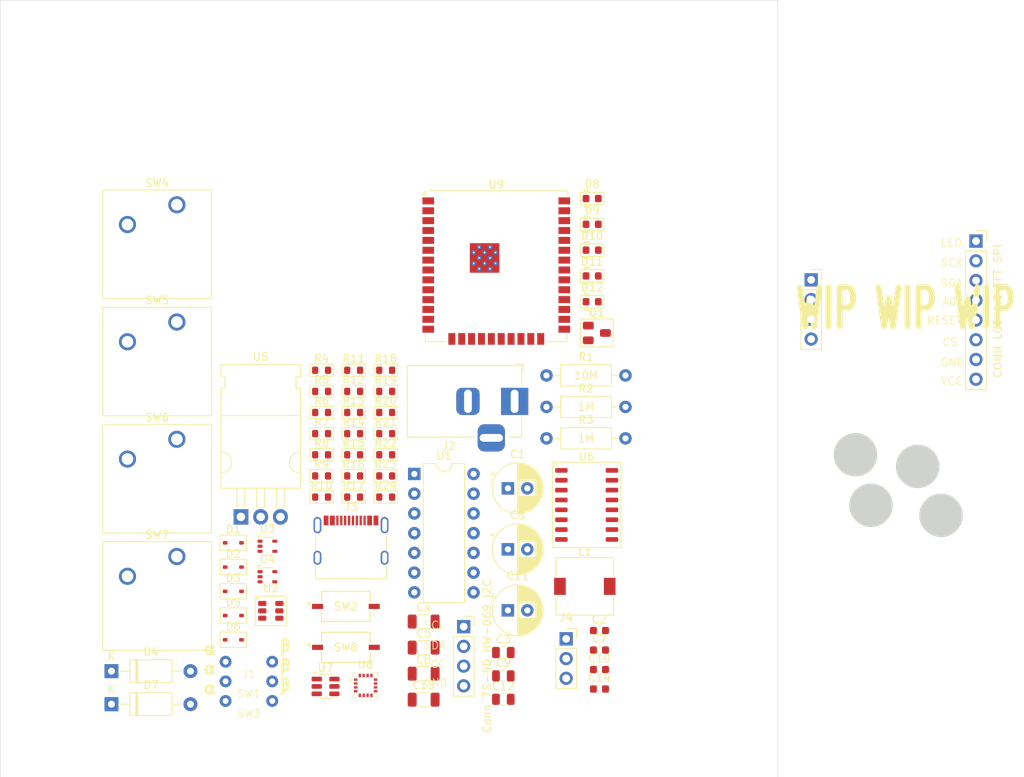
<source format=kicad_pcb>
(kicad_pcb (version 20240108) (generator "pcbnew") (generator_version "8.0")
  (title_block (title "Intelliwatch Mk II") (date "2025") (rev "1.?") (company "Zachary Hobbs"))
  (layers (0 "F.Cu" signal) (1 "In1.Cu" power) (2 "In2.Cu" power) (31 "B.Cu" signal) (34 "B.Paste" user) (35 "F.Paste" user) (36 "B.SilkS" user "B.Silkscreen") (37 "F.SilkS" user "F.Silkscreen") (38 "B.Mask" user) (39 "F.Mask" user) (44 "Edge.Cuts" user))
  (net 0 "")
  (net 1 "+BATT")
  (net 2 "GND")
  (net 3 "+5V")
  (net 4 "Net-(U6-V3)")
  (net 5 "Net-(U7-LX)")
  (net 6 "Net-(U7-BS)")
  (net 7 "Net-(U8-C1)")
  (net 8 "+3V3")
  (net 9 "Net-(U7-FB)")
  (net 10 "Net-(U8-SETP)")
  (net 11 "Net-(U8-SETC)")
  (net 12 "EN")
  (net 13 "Net-(D1-K)")
  (net 14 "Net-(D2-K)")
  (net 15 "Net-(D3-K)")
  (net 16 "Net-(D4-A)")
  (net 17 "Net-(D5-K)")
  (net 18 "Net-(D6-K)")
  (net 19 "Net-(D8-A)")
  (net 20 "KEYSW_1")
  (net 21 "Net-(D9-A)")
  (net 22 "KEYSW_2")
  (net 23 "Net-(D10-A)")
  (net 24 "KEYSW_3")
  (net 25 "Net-(D11-A)")
  (net 26 "KEYSW_4")
  (net 27 "Net-(D12-A)")
  (net 28 "Net-(J1-Pin_1)")
  (net 29 "Net-(J3-CC2)")
  (net 31 "Net-(J3-CC1)")
  (net 33 "Net-(J4-MODE)")
  (net 34 "CS_SD")
  (net 35 "VSPI_MOSI")
  (net 36 "Net-(J5-LED)")
  (net 37 "VSPI_SCL")
  (net 38 "TFT_A0_DC")
  (net 39 "VSPI_MISO")
  (net 40 "CS_LCD")
  (net 41 "I2C_SDA")
  (net 42 "I2C_SCL")
  (net 43 "FL_MODE")
  (net 44 "Net-(U3-Y)")
  (net 45 "Net-(U4-Y)")
  (net 46 "IO0")
  (net 47 "2{slash}3 BATT_VREF")
  (net 48 "1{slash}3 BATT_VREF")
  (net 49 "Net-(U1-Pad12)")
  (net 50 "Net-(U3-A)")
  (net 51 "RTS")
  (net 52 "Net-(U1-Pad1)")
  (net 53 "DTR")
  (net 54 "Net-(U4-A)")
  (net 57 "RX_USB")
  (net 59 "TX_USB")
  (net 69 "Net-(U8-S1)")
  (footprint "ZCustomFootprints:Conn 7S-4D HW-069 I2C" (layer "F.Cu") (at 104.11 102.12)
    (property "Reference" "J6")
    (property "Value" "Conn 7S-4D HW-069 I2C" (at 3 3.8 90) (layer "F.SilkS"))
    (fp_text user "VCC" (at -5.2 5.4 0) (layer "F.SilkS") (effects (font (thickness 0.1)) (justify left bottom)))
    (fp_text user "GND" (at -5.2 7.8 0) (layer "F.SilkS") (effects (font (thickness 0.1)) (justify left bottom)))
    (fp_text user "SDA" (at -5.2 3 0) (layer "F.SilkS") (effects (font (thickness 0.1)) (justify left bottom)))
    (fp_text user "SCL" (at -5.2 0.4 0) (layer "F.SilkS") (effects (font (thickness 0.1)) (justify left bottom)))
    (pad "1" thru_hole rect (at 0 0) (size 1.7 1.7) (drill 1) (layers "*.Cu" "*.Mask") (net 42 "I2C_SCL"))
    (pad "2" thru_hole oval (at 0 2.54) (size 1.7 1.7) (drill 1) (layers "*.Cu" "*.Mask") (net 41 "I2C_SDA"))
    (pad "3" thru_hole oval (at 0 5.08) (size 1.7 1.7) (drill 1) (layers "*.Cu" "*.Mask") (net 3 "+5V"))
    (pad "4" thru_hole oval (at 0 7.62) (size 1.7 1.7) (drill 1) (layers "*.Cu" "*.Mask") (net 2 "GND"))
  )
  (footprint "PCM_Resistor_SMD_AKL:R_0603_1608Metric" (layer "F.Cu") (at 85.835 69.125)
    (property "Reference" "R4" (at 0 -1.5 0) (layer "F.SilkS"))
    (property "Value" "5.1k" (hide yes))
    (pad "1" smd roundrect (at -0.825 0) (size 0.8 0.95) (layers "F.Cu" "F.Paste" "F.Mask") (net 31 "Net-(J3-CC1)"))
    (pad "2" smd roundrect (at 0.825 0) (size 0.8 0.95) (layers "F.Cu" "F.Paste" "F.Mask") (net 2 "GND"))
  )
  (footprint "Button_Switch_Keyboard:SW_Cherry_MX_1.00u_Plate" (layer "F.Cu") (at 67.22 78.01)
    (property "Reference" "SW6" (at -2.54 -2.794 0) (layer "F.SilkS"))
    (property "Value" "Cherry MX Keyswitch")
    (pad "" np_thru_hole circle (at -2.54 5.08) (size 4 4) (drill 4) (layers "*.Cu" "*.Mask"))
    (pad "1" thru_hole circle (at 0 0) (size 2.2 2.2) (drill 1.5) (layers "*.Cu" "*.Mask") (net 24 "KEYSW_3"))
    (pad "2" thru_hole circle (at -6.35 2.54) (size 2.2 2.2) (drill 1.5) (layers "*.Cu" "*.Mask") (net 2 "GND"))
  )
  (footprint "TS-1101-C-W Switch:SW_101-C-W_XKB" (layer "F.Cu") (at 88.9613 104.7858)
    (property "Reference" "SW8" (at 0 0 0) (layer "F.SilkS"))
    (property "Value" "PROG Button")
    (fp_text user "*" (at -4.7371 0 0) (layer "F.SilkS"))
    (fp_text user "*" (at -4.7371 0 0) (layer "F.SilkS"))
    (pad "1" smd rect (at -3.6449 0) (size 1.4224 0.6604) (layers "F.Cu" "F.Paste" "F.Mask") (net 46 "IO0"))
    (pad "2" smd rect (at 3.6449 0) (size 1.4224 0.6604) (layers "F.Cu" "F.Paste" "F.Mask") (net 2 "GND"))
  )
  (footprint "Capacitor_SMD:C_0805_2012Metric" (layer "F.Cu") (at 109.21 105.45)
    (property "Reference" "C3" (at 0 -1.68 0) (layer "F.SilkS"))
    (property "Value" "10u")
    (pad "1" smd roundrect (at -0.95 0) (size 1 1.45) (layers "F.Cu" "F.Paste" "F.Mask") (net 1 "+BATT"))
    (pad "2" smd roundrect (at 0.95 0) (size 1 1.45) (layers "F.Cu" "F.Paste" "F.Mask") (net 2 "GND"))
  )
  (footprint "Capacitor_SMD:C_0805_2012Metric" (layer "F.Cu") (at 109.21 108.46)
    (property "Reference" "C9" (at 0 -1.68 0) (layer "F.SilkS"))
    (property "Value" "4.7u")
    (pad "1" smd roundrect (at -0.95 0) (size 1 1.45) (layers "F.Cu" "F.Paste" "F.Mask") (net 7 "Net-(U8-C1)"))
    (pad "2" smd roundrect (at 0.95 0) (size 1 1.45) (layers "F.Cu" "F.Paste" "F.Mask") (net 2 "GND"))
  )
  (footprint "PCM_Capacitor_THT_US_AKL:CP_Radial_D6.3mm_P2.50mm" (layer "F.Cu") (at 109.795241 100.02)
    (property "Reference" "C11" (at 1.25 -4.4 0) (layer "F.SilkS"))
    (property "Value" "220u" (hide yes))
    (pad "1" thru_hole rect (at 0 0) (size 1.6 1.6) (drill 0.8) (layers "*.Cu" "*.Mask") (net 8 "+3V3"))
    (pad "2" thru_hole circle (at 2.5 0) (size 1.6 1.6) (drill 0.8) (layers "*.Cu" "*.Mask") (net 2 "GND"))
  )
  (footprint "PCM_Resistor_SMD_AKL:R_0603_1608Metric" (layer "F.Cu") (at 85.835 71.845)
    (property "Reference" "R5" (at 0 -1.5 0) (layer "F.SilkS"))
    (property "Value" "5.1k" (hide yes))
    (pad "1" smd roundrect (at -0.825 0) (size 0.8 0.95) (layers "F.Cu" "F.Paste" "F.Mask") (net 29 "Net-(J3-CC2)"))
    (pad "2" smd roundrect (at 0.825 0) (size 0.8 0.95) (layers "F.Cu" "F.Paste" "F.Mask") (net 2 "GND"))
  )
  (footprint "PCM_Resistor_SMD_AKL:R_0603_1608Metric" (layer "F.Cu") (at 85.835 82.725)
    (property "Reference" "R9" (at 0 -1.5 0) (layer "F.SilkS"))
    (property "Value" "22.1k" (hide yes))
    (pad "1" smd roundrect (at -0.825 0) (size 0.8 0.95) (layers "F.Cu" "F.Paste" "F.Mask") (net 9 "Net-(U7-FB)"))
    (pad "2" smd roundrect (at 0.825 0) (size 0.8 0.95) (layers "F.Cu" "F.Paste" "F.Mask") (net 2 "GND"))
  )
  (footprint "PCM_LED_SMD_AKL:LED_0603_1608Metric" (layer "F.Cu") (at 120.635 56.985)
    (property "Reference" "D11" (at 0 -1.83 0) (layer "F.SilkS"))
    (property "Value" "LED" (hide yes))
    (pad "1" smd roundrect (at -0.7875 0) (size 0.875 0.95) (layers "F.Cu" "F.Paste" "F.Mask") (net 26 "KEYSW_4"))
    (pad "2" smd roundrect (at 0.7875 0) (size 0.875 0.95) (layers "F.Cu" "F.Paste" "F.Mask") (net 25 "Net-(D11-A)"))
  )
  (footprint "Capacitor_SMD:C_0603_1608Metric" (layer "F.Cu") (at 121.57 105.13)
    (property "Reference" "C7" (at 0 -1.43 0) (layer "F.SilkS"))
    (property "Value" "2.2u")
    (pad "1" smd roundrect (at -0.775 0) (size 0.9 0.95) (layers "F.Cu" "F.Paste" "F.Mask") (net 3 "+5V"))
    (pad "2" smd roundrect (at 0.775 0) (size 0.9 0.95) (layers "F.Cu" "F.Paste" "F.Mask") (net 2 "GND"))
  )
  (footprint "PCM_Diode_SMD_AKL:D_SOD-323_TVS" (layer "F.Cu") (at 74.485 91.335)
    (property "Reference" "D1" (at 0 -1.7145 0) (layer "F.SilkS"))
    (property "Value" "BV05C" (hide yes))
    (pad "1" smd roundrect (at -1.05 0) (size 0.6 0.45) (layers "F.Cu" "F.Paste" "F.Mask") (net 13 "Net-(D1-K)"))
    (pad "2" smd roundrect (at 1.05 0) (size 0.6 0.45) (layers "F.Cu" "F.Paste" "F.Mask") (net 2 "GND"))
  )
  (footprint "PCM_Resistor_SMD_AKL:R_0603_1608Metric" (layer "F.Cu") (at 89.955 74.565)
    (property "Reference" "R13" (at 0 -1.5 0) (layer "F.SilkS"))
    (property "Value" "82" (hide yes))
    (pad "1" smd roundrect (at -0.825 0) (size 0.8 0.95) (layers "F.Cu" "F.Paste" "F.Mask") (net 19 "Net-(D8-A)"))
    (pad "2" smd roundrect (at 0.825 0) (size 0.8 0.95) (layers "F.Cu" "F.Paste" "F.Mask") (net 8 "+3V3"))
  )
  (footprint "PCM_Resistor_SMD_AKL:R_0603_1608Metric" (layer "F.Cu") (at 89.955 71.845)
    (property "Reference" "R12" (at 0 -1.5 0) (layer "F.SilkS"))
    (property "Value" "22.1k" (hide yes))
    (pad "1" smd roundrect (at -0.825 0) (size 0.8 0.95) (layers "F.Cu" "F.Paste" "F.Mask") (net 48 "1{slash}3 BATT_VREF"))
    (pad "2" smd roundrect (at 0.825 0) (size 0.8 0.95) (layers "F.Cu" "F.Paste" "F.Mask") (net 2 "GND"))
  )
  (footprint "Capacitor_SMD:C_1206_3216Metric" (layer "F.Cu") (at 98.96 108.17)
    (property "Reference" "C8" (at 0 -1.85 0) (layer "F.SilkS"))
    (property "Value" "100n")
    (pad "1" smd roundrect (at -1.475 0) (size 1.15 1.8) (layers "F.Cu" "F.Paste" "F.Mask") (roundrect_rratio 0.217391) (net 6 "Net-(U7-BS)"))
    (pad "2" smd roundrect (at 1.475 0) (size 1.15 1.8) (layers "F.Cu" "F.Paste" "F.Mask") (roundrect_rratio 0.217391) (net 5 "Net-(U7-LX)"))
  )
  (footprint "PCM_Resistor_SMD_AKL:R_0603_1608Metric" (layer "F.Cu") (at 94.075 82.725)
    (property "Reference" "R23" (at 0 -1.5 0) (layer "F.SilkS"))
    (property "Value" "5.1k" (hide yes))
    (pad "1" smd roundrect (at -0.825 0) (size 0.8 0.95) (layers "F.Cu" "F.Paste" "F.Mask") (net 8 "+3V3"))
    (pad "2" smd roundrect (at 0.825 0) (size 0.8 0.95) (layers "F.Cu" "F.Paste" "F.Mask") (net 42 "I2C_SCL"))
  )
  (footprint "PCM_Package_TO_SOT_THT_AKL:TO-220-3_Horizontal_TabDown" (layer "F.Cu") (at 75.46 88)
    (property "Reference" "U5" (at 2.54 -20.58 0) (layer "F.SilkS"))
    (property "Value" "LM7805" (hide yes))
    (pad "" np_thru_hole oval (at 2.54 -16.66) (size 3.5 3.5) (drill 3.5) (layers "*.Cu" "*.Mask"))
    (pad "1" thru_hole rect (at 0 0) (size 1.905 2) (drill 1.1) (layers "*.Cu" "*.Mask") (net 1 "+BATT"))
    (pad "2" thru_hole oval (at 2.54 0) (size 1.905 2) (drill 1.1) (layers "*.Cu" "*.Mask") (net 2 "GND"))
    (pad "3" thru_hole oval (at 5.08 0) (size 1.905 2) (drill 1.1) (layers "*.Cu" "*.Mask") (net 3 "+5V"))
  )
  (footprint "Package_TO_SOT_SMD:SOT-23-6" (layer "F.Cu") (at 86.35 109.815)
    (property "Reference" "U7" (at 0 -2.4 0) (layer "F.SilkS"))
    (property "Value" "SY8120IABC")
    (pad "1" smd roundrect (at -1.1375 -0.95) (size 1.325 0.6) (layers "F.Cu" "F.Paste" "F.Mask") (net 6 "Net-(U7-BS)"))
    (pad "2" smd roundrect (at -1.1375 0) (size 1.325 0.6) (layers "F.Cu" "F.Paste" "F.Mask") (net 2 "GND"))
    (pad "3" smd roundrect (at -1.1375 0.95) (size 1.325 0.6) (layers "F.Cu" "F.Paste" "F.Mask") (net 9 "Net-(U7-FB)"))
    (pad "4" smd roundrect (at 1.1375 0.95) (size 1.325 0.6) (layers "F.Cu" "F.Paste" "F.Mask") (net 47 "2{slash}3 BATT_VREF"))
    (pad "5" smd roundrect (at 1.1375 0) (size 1.325 0.6) (layers "F.Cu" "F.Paste" "F.Mask") (net 1 "+BATT"))
    (pad "6" smd roundrect (at 1.1375 -0.95) (size 1.325 0.6) (layers "F.Cu" "F.Paste" "F.Mask") (net 5 "Net-(U7-LX)"))
  )
  (footprint "Button_Switch_Keyboard:SW_Cherry_MX_1.00u_Plate" (layer "F.Cu") (at 67.22 62.92)
    (property "Reference" "SW5" (at -2.54 -2.794 0) (layer "F.SilkS"))
    (property "Value" "Cherry MX Keyswitch")
    (pad "" np_thru_hole circle (at -2.54 5.08) (size 4 4) (drill 4) (layers "*.Cu" "*.Mask"))
    (pad "1" thru_hole circle (at 0 0) (size 2.2 2.2) (drill 1.5) (layers "*.Cu" "*.Mask") (net 22 "KEYSW_2"))
    (pad "2" thru_hole circle (at -6.35 2.54) (size 2.2 2.2) (drill 1.5) (layers "*.Cu" "*.Mask") (net 2 "GND"))
  )
  (footprint "Diode_THT:D_A-405_P10.16mm_Horizontal" (layer "F.Cu") (at 58.81 107.85)
    (property "Reference" "D4" (at 5.08 -2.47 0) (layer "F.SilkS"))
    (property "Value" "1N5817")
    (fp_text user "K" (at 0 -1.9 0) (layer "F.SilkS"))
    (pad "1" thru_hole rect (at 0 0) (size 1.8 1.8) (drill 0.9) (layers "*.Cu" "*.Mask") (net 1 "+BATT"))
    (pad "2" thru_hole oval (at 10.16 0) (size 1.8 1.8) (drill 0.9) (layers "*.Cu" "*.Mask") (net 16 "Net-(D4-A)"))
  )
  (footprint "PCM_LED_SMD_AKL:LED_0603_1608Metric" (layer "F.Cu") (at 120.635 47.025)
    (property "Reference" "D8" (at 0 -1.83 0) (layer "F.SilkS"))
    (property "Value" "LED" (hide yes))
    (pad "1" smd roundrect (at -0.7875 0) (size 0.875 0.95) (layers "F.Cu" "F.Paste" "F.Mask") (net 20 "KEYSW_1"))
    (pad "2" smd roundrect (at 0.7875 0) (size 0.875 0.95) (layers "F.Cu" "F.Paste" "F.Mask") (net 19 "Net-(D8-A)"))
  )
  (footprint "Connector_PinSocket_2.54mm:PinSocket_1x03_P2.54mm_Vertical" (layer "F.Cu") (at 117.29 103.69)
    (property "Reference" "J4" (at 0 -2.77 0) (layer "F.SilkS"))
    (property "Value" "Flashlight Terminals")
    (pad "1" thru_hole rect (at 0 0) (size 1.7 1.7) (drill 1) (layers "*.Cu" "*.Mask") (net 2 "GND"))
    (pad "2" thru_hole oval (at 0 2.54) (size 1.7 1.7) (drill 1) (layers "*.Cu" "*.Mask") (net 33 "Net-(J4-MODE)"))
    (pad "3" thru_hole oval (at 0 5.08) (size 1.7 1.7) (drill 1) (layers "*.Cu" "*.Mask") (net 3 "+5V"))
  )
  (footprint "PCM_Resistor_SMD_AKL:R_0603_1608Metric" (layer "F.Cu") (at 89.955 82.725)
    (property "Reference" "R16" (at 0 -1.5 0) (layer "F.SilkS"))
    (property "Value" "82" (hide yes))
    (pad "1" smd roundrect (at -0.825 0) (size 0.8 0.95) (layers "F.Cu" "F.Paste" "F.Mask") (net 25 "Net-(D11-A)"))
    (pad "2" smd roundrect (at 0.825 0) (size 0.8 0.95) (layers "F.Cu" "F.Paste" "F.Mask") (net 8 "+3V3"))
  )
  (footprint "PCM_Resistor_SMD_AKL:R_0603_1608Metric" (layer "F.Cu") (at 94.075 80.005)
    (property "Reference" "R22" (at 0 -1.5 0) (layer "F.SilkS"))
    (property "Value" "5.1k" (hide yes))
    (pad "1" smd roundrect (at -0.825 0) (size 0.8 0.95) (layers "F.Cu" "F.Paste" "F.Mask") (net 8 "+3V3"))
    (pad "2" smd roundrect (at 0.825 0) (size 0.8 0.95) (layers "F.Cu" "F.Paste" "F.Mask") (net 41 "I2C_SDA"))
  )
  (footprint "Button_Switch_Keyboard:SW_Cherry_MX_1.00u_Plate" (layer "F.Cu") (at 67.22 93.1)
    (property "Reference" "SW7" (at -2.54 -2.794 0) (layer "F.SilkS"))
    (property "Value" "Cherry MX Keyswitch")
    (pad "" np_thru_hole circle (at -2.54 5.08) (size 4 4) (drill 4) (layers "*.Cu" "*.Mask"))
    (pad "1" thru_hole circle (at 0 0) (size 2.2 2.2) (drill 1.5) (layers "*.Cu" "*.Mask") (net 26 "KEYSW_4"))
    (pad "2" thru_hole circle (at -6.35 2.54) (size 2.2 2.2) (drill 1.5) (layers "*.Cu" "*.Mask") (net 2 "GND"))
  )
  (footprint "PCM_Capacitor_THT_US_AKL:CP_Radial_D6.3mm_P2.50mm" (layer "F.Cu") (at 109.795241 92.17)
    (property "Reference" "C6" (at 1.25 -4.4 0) (layer "F.SilkS"))
    (property "Value" "220u" (hide yes))
    (pad "1" thru_hole rect (at 0 0) (size 1.6 1.6) (drill 0.8) (layers "*.Cu" "*.Mask") (net 3 "+5V"))
    (pad "2" thru_hole circle (at 2.5 0) (size 1.6 1.6) (drill 0.8) (layers "*.Cu" "*.Mask") (net 2 "GND"))
  )
  (footprint "PCM_Diode_SMD_AKL:D_SOD-323_TVS" (layer "F.Cu") (at 74.485 97.575)
    (property "Reference" "D3" (at 0 -1.7145 0) (layer "F.SilkS"))
    (property "Value" "BV05C" (hide yes))
    (pad "1" smd roundrect (at -1.05 0) (size 0.6 0.45) (layers "F.Cu" "F.Paste" "F.Mask") (net 15 "Net-(D3-K)"))
    (pad "2" smd roundrect (at 1.05 0) (size 0.6 0.45) (layers "F.Cu" "F.Paste" "F.Mask") (net 2 "GND"))
  )
  (footprint "Diode_THT:D_A-405_P10.16mm_Horizontal" (layer "F.Cu") (at 58.81 112.1)
    (property "Reference" "D7" (at 5.08 -2.47 0) (layer "F.SilkS"))
    (property "Value" "1N5817")
    (fp_text user "K" (at 0 -1.9 0) (layer "F.SilkS"))
    (pad "1" thru_hole rect (at 0 0) (size 1.8 1.8) (drill 0.9) (layers "*.Cu" "*.Mask") (net 3 "+5V"))
    (pad "2" thru_hole oval (at 10.16 0) (size 1.8 1.8) (drill 0.9) (layers "*.Cu" "*.Mask") (net 17 "Net-(D5-K)"))
  )
  (footprint "PCM_Resistor_SMD_AKL:R_0603_1608Metric" (layer "F.Cu") (at 89.955 80.005)
    (property "Reference" "R15" (at 0 -1.5 0) (layer "F.SilkS"))
    (property "Value" "82" (hide yes))
    (pad "1" smd roundrect (at -0.825 0) (size 0.8 0.95) (layers "F.Cu" "F.Paste" "F.Mask") (net 23 "Net-(D10-A)"))
    (pad "2" smd roundrect (at 0.825 0) (size 0.8 0.95) (layers "F.Cu" "F.Paste" "F.Mask") (net 8 "+3V3"))
  )
  (footprint "PCM_Diode_SMD_AKL:D_SOD-323_TVS" (layer "F.Cu") (at 74.485 100.695)
    (property "Reference" "D5" (at 0 -1.7145 0) (layer "F.SilkS"))
    (property "Value" "BV05C" (hide yes))
    (pad "1" smd roundrect (at -1.05 0) (size 0.6 0.45) (layers "F.Cu" "F.Paste" "F.Mask") (net 17 "Net-(D5-K)"))
    (pad "2" smd roundrect (at 1.05 0) (size 0.6 0.45) (layers "F.Cu" "F.Paste" "F.Mask") (net 2 "GND"))
  )
  (footprint "PCM_Package_TO_SOT_SMD_AKL:SOT-23-6" (layer "F.Cu") (at 79.305 100.085)
    (property "Reference" "U2" (at 0 -2.9 0) (layer "F.SilkS"))
    (property "Value" "MCP3421A0T-ECH" (hide yes))
    (pad "1" smd roundrect (at -1.1 -0.95) (size 1.06 0.65) (layers "F.Cu" "F.Paste" "F.Mask") (net 15 "Net-(D3-K)"))
    (pad "2" smd roundrect (at -1.1 0) (size 1.06 0.65) (layers "F.Cu" "F.Paste" "F.Mask") (net 2 "GND"))
    (pad "3" smd roundrect (at -1.1 0.95) (size 1.06 0.65) (layers "F.Cu" "F.Paste" "F.Mask") (net 42 "I2C_SCL"))
    (pad "4" smd roundrect (at 1.1 0.95) (size 1.06 0.65) (layers "F.Cu" "F.Paste" "F.Mask") (net 41 "I2C_SDA"))
    (pad "5" smd roundrect (at 1.1 0) (size 1.06 0.65) (layers "F.Cu" "F.Paste" "F.Mask") (net 8 "+3V3"))
    (pad "6" smd roundrect (at 1.1 -0.95) (size 1.06 0.65) (layers "F.Cu" "F.Paste" "F.Mask") (net 2 "GND"))
  )
  (footprint "TS-1101-C-W Switch:SW_101-C-W_XKB" (layer "F.Cu") (at 88.9613 99.5186)
    (property "Reference" "SW2" (at 0 0 0) (layer "F.SilkS"))
    (property "Value" "EN Button")
    (fp_text user "*" (at -4.7371 0 0) (layer "F.SilkS"))
    (fp_text user "*" (at -4.7371 0 0) (layer "F.SilkS"))
    (pad "1" smd rect (at -3.6449 0) (size 1.4224 0.6604) (layers "F.Cu" "F.Paste" "F.Mask") (net 2 "GND"))
    (pad "2" smd rect (at 3.6449 0) (size 1.4224 0.6604) (layers "F.Cu" "F.Paste" "F.Mask") (net 12 "EN"))
  )
  (footprint "Package_DIP:DIP-14_W7.62mm" (layer "F.Cu") (at 97.76 82.47)
    (property "Reference" "U1" (at 3.81 -2.33 0) (layer "F.SilkS"))
    (property "Value" "SN74HC02N")
    (pad "1" thru_hole rect (at 0 0) (size 1.6 1.6) (drill 0.8) (layers "*.Cu" "*.Mask") (net 52 "Net-(U1-Pad1)"))
    (pad "2" thru_hole oval (at 0 2.54) (size 1.6 1.6) (drill 0.8) (layers "*.Cu" "*.Mask") (net 51 "RTS"))
    (pad "3" thru_hole oval (at 0 5.08) (size 1.6 1.6) (drill 0.8) (layers "*.Cu" "*.Mask") (net 2 "GND"))
    (pad "4" thru_hole oval (at 0 7.62) (size 1.6 1.6) (drill 0.8) (layers "*.Cu" "*.Mask") (net 49 "Net-(U1-Pad12)"))
    (pad "5" thru_hole oval (at 0 10.16) (size 1.6 1.6) (drill 0.8) (layers "*.Cu" "*.Mask") (net 53 "DTR"))
    (pad "6" thru_hole oval (at 0 12.7) (size 1.6 1.6) (drill 0.8) (layers "*.Cu" "*.Mask") (net 2 "GND"))
    (pad "7" thru_hole oval (at 0 15.24) (size 1.6 1.6) (drill 0.8) (layers "*.Cu" "*.Mask") (net 2 "GND"))
    (pad "8" thru_hole oval (at 7.62 15.24) (size 1.6 1.6) (drill 0.8) (layers "*.Cu" "*.Mask") (net 52 "Net-(U1-Pad1)"))
    (pad "9" thru_hole oval (at 7.62 12.7) (size 1.6 1.6) (drill 0.8) (layers "*.Cu" "*.Mask") (net 53 "DTR"))
    (pad "10" thru_hole oval (at 7.62 10.16) (size 1.6 1.6) (drill 0.8) (layers "*.Cu" "*.Mask") (net 54 "Net-(U4-A)"))
    (pad "11" thru_hole oval (at 7.62 7.62) (size 1.6 1.6) (drill 0.8) (layers "*.Cu" "*.Mask") (net 51 "RTS"))
    (pad "12" thru_hole oval (at 7.62 5.08) (size 1.6 1.6) (drill 0.8) (layers "*.Cu" "*.Mask") (net 49 "Net-(U1-Pad12)"))
    (pad "13" thru_hole oval (at 7.62 2.54) (size 1.6 1.6) (drill 0.8) (layers "*.Cu" "*.Mask") (net 50 "Net-(U3-A)"))
    (pad "14" thru_hole oval (at 7.62 0) (size 1.6 1.6) (drill 0.8) (layers "*.Cu" "*.Mask") (net 8 "+3V3"))
  )
  (footprint "Inductor_SMD:L_7.3x7.3_H3.5" (layer "F.Cu") (at 119.69 96.94)
    (property "Reference" "L1" (at 0 -4.45 0) (layer "F.SilkS"))
    (property "Value" "4.7u")
    (pad "1" smd rect (at -3.2 0) (size 1.5 2.2) (layers "F.Cu" "F.Paste" "F.Mask") (net 5 "Net-(U7-LX)"))
    (pad "2" smd rect (at 3.2 0) (size 1.5 2.2) (layers "F.Cu" "F.Paste" "F.Mask") (net 8 "+3V3"))
  )
  (footprint "PCM_Resistor_SMD_AKL:R_0603_1608Metric" (layer "F.Cu") (at 89.955 69.125)
    (property "Reference" "R11" (at 0 -1.5 0) (layer "F.SilkS"))
    (property "Value" "22.1k" (hide yes))
    (pad "1" smd roundrect (at -0.825 0) (size 0.8 0.95) (layers "F.Cu" "F.Paste" "F.Mask") (net 47 "2{slash}3 BATT_VREF"))
    (pad "2" smd roundrect (at 0.825 0) (size 0.8 0.95) (layers "F.Cu" "F.Paste" "F.Mask") (net 48 "1{slash}3 BATT_VREF"))
  )
  (footprint "PCM_Resistor_SMD_AKL:R_0603_1608Metric" (layer "F.Cu") (at 85.835 80.005)
    (property "Reference" "R8" (at 0 -1.5 0) (layer "F.SilkS"))
    (property "Value" "100k" (hide yes))
    (pad "1" smd roundrect (at -0.825 0) (size 0.8 0.95) (layers "F.Cu" "F.Paste" "F.Mask") (net 8 "+3V3"))
    (pad "2" smd roundrect (at 0.825 0) (size 0.8 0.95) (layers "F.Cu" "F.Paste" "F.Mask") (net 9 "Net-(U7-FB)"))
  )
  (footprint "PCM_Diode_SMD_AKL:D_SOD-323_TVS" (layer "F.Cu") (at 74.485 103.815)
    (property "Reference" "D6" (at 0 -1.7145 0) (layer "F.SilkS"))
    (property "Value" "BV05C" (hide yes))
    (pad "1" smd roundrect (at -1.05 0) (size 0.6 0.45) (layers "F.Cu" "F.Paste" "F.Mask") (net 18 "Net-(D6-K)"))
    (pad "2" smd roundrect (at 1.05 0) (size 0.6 0.45) (layers "F.Cu" "F.Paste" "F.Mask") (net 2 "GND"))
  )
  (footprint "ZCustomFootprints:Standard IO Holes" (layer "F.Cu") (at 76.487 111.685)
    (property "Reference" "SW3" (at 0 1.6 0) (layer "F.SilkS") (effects (font (thickness 0.1))))
    (property "Value" "LCD LED SPST")
    (fp_text user "β" (at 3.8 -1.2 0) (layer "F.SilkS") (effects (font (size 1.5 1.5) (thickness 0.3) (bold yes)) (justify left bottom)))
    (fp_text user "α" (at -6 -0.8 0) (layer "F.SilkS") (effects (font (size 1.5 1.5) (thickness 0.3) (bold yes)) (justify left bottom)))
    (pad "1" thru_hole circle (at -3 0) (size 1.524 1.524) (drill 0.762) (layers "*.Cu" "*.Mask") (net 8 "+3V3"))
    (pad "2" thru_hole circle (at 3 0) (size 1.524 1.524) (drill 0.762) (layers "*.Cu" "*.Mask") (net 36 "Net-(J5-LED)"))
  )
  (footprint "PCM_Package_TO_SOT_SMD_AKL:SuperSOT-3" (layer "F.Cu") (at 121.235 64.325)
    (property "Reference" "Q1" (at 0 -2.562 0) (layer "F.SilkS"))
    (property "Value" "NDS331N" (hide yes))
    (pad "1" smd roundrect (at -1.1 -0.95) (size 1.4 1) (layers "F.Cu" "F.Paste" "F.Mask") (net 43 "FL_MODE"))
    (pad "2" smd roundrect (at -1.1 0.95) (size 1.4 1) (layers "F.Cu" "F.Paste" "F.Mask") (net 2 "GND"))
    (pad "3" smd roundrect (at 1.1 0) (size 1.4 1) (layers "F.Cu" "F.Paste" "F.Mask") (net 33 "Net-(J4-MODE)"))
  )
  (footprint "Capacitor_SMD:C_0603_1608Metric" (layer "F.Cu") (at 121.57 107.64)
    (property "Reference" "C10" (at 0 -1.43 0) (layer "F.SilkS"))
    (property "Value" "47p")
    (pad "1" smd roundrect (at -0.775 0) (size 0.9 0.95) (layers "F.Cu" "F.Paste" "F.Mask") (net 8 "+3V3"))
    (pad "2" smd roundrect (at 0.775 0) (size 0.9 0.95) (layers "F.Cu" "F.Paste" "F.Mask") (net 9 "Net-(U7-FB)"))
  )
  (footprint "Connector_USB:USB_C_Receptacle_G-Switch_GT-USB-7010ASV" (layer "F.Cu") (at 89.62 92.18)
    (property "Reference" "J3" (at 0 -5.5 0) (layer "F.SilkS"))
    (property "Value" "USB_C_Receptacle_USB2.0_16P")
    (pad "" np_thru_hole circle (at -2.89 -2.605) (size 0.65 0.65) (drill 0.65) (layers "*.Cu" "*.Mask"))
    (pad "" np_thru_hole circle (at 2.89 -2.605) (size 0.65 0.65) (drill 0.65) (layers "*.Cu" "*.Mask"))
    (pad "A1" smd rect (at -3.2 -3.725) (size 0.6 1.24) (layers "F.Cu" "F.Paste" "F.Mask") (net 2 "GND"))
    (pad "A4" smd rect (at -2.4 -3.725) (size 0.6 1.24) (layers "F.Cu" "F.Paste" "F.Mask") (net 17 "Net-(D5-K)"))
    (pad "A5" smd rect (at -1.25 -3.725) (size 0.3 1.24) (layers "F.Cu" "F.Paste" "F.Mask") (net 31 "Net-(J3-CC1)"))
    (pad "A6" smd rect (at -0.25 -3.725) (size 0.3 1.24) (layers "F.Cu" "F.Paste" "F.Mask") (net 14 "Net-(D2-K)"))
    (pad "A7" smd rect (at 0.25 -3.725) (size 0.3 1.24) (layers "F.Cu" "F.Paste" "F.Mask") (net 18 "Net-(D6-K)"))
    (pad "A8" smd rect (at 1.25 -3.725) (size 0.3 1.24) (layers "F.Cu" "F.Paste" "F.Mask"))
    (pad "A9" smd rect (at 2.4 -3.725) (size 0.6 1.24) (layers "F.Cu" "F.Paste" "F.Mask") (net 17 "Net-(D5-K)"))
    (pad "A12" smd rect (at 3.2 -3.725) (size 0.6 1.24) (layers "F.Cu" "F.Paste" "F.Mask") (net 2 "GND"))
    (pad "B1" smd rect (at 3.2 -3.725) (size 0.6 1.24) (layers "F.Cu" "F.Paste" "F.Mask") (net 2 "GND"))
    (pad "B4" smd rect (at 2.4 -3.725) (size 0.6 1.24) (layers "F.Cu" "F.Paste" "F.Mask") (net 17 "Net-(D5-K)"))
    (pad "B5" smd rect (at 1.75 -3.725) (size 0.3 1.24) (layers "F.Cu" "F.Paste" "F.Mask") (net 29 "Net-(J3-CC2)"))
    (pad "B6" smd rect (at 0.75 -3.725) (size 0.3 1.24) (layers "F.Cu" "F.Paste" "F.Mask") (net 14 "Net-(D2-K)"))
    (pad "B7" smd rect (at -0.75 -3.725) (size 0.3 1.24) (layers "F.Cu" "F.Paste" "F.Mask") (net 18 "Net-(D6-K)"))
    (pad "B8" smd rect (at -1.75 -3.725) (size 0.3 1.24) (layers "F.Cu" "F.Paste" "F.Mask"))
    (pad "B9" smd rect (at -2.4 -3.725) (size 0.6 1.24) (layers "F.Cu" "F.Paste" "F.Mask") (net 17 "Net-(D5-K)"))
    (pad "B12" smd rect (at -3.2 -3.725) (size 0.6 1.24) (layers "F.Cu" "F.Paste" "F.Mask") (net 2 "GND"))
    (pad "S1" thru_hole oval (at -4.32 -3.125) (size 1 2.1) (drill oval 0.6 1.7) (property pad_prop_heatsink) (layers "*.Cu" "*.Mask") (net 2 "GND"))
    (pad "S1" thru_hole oval (at -4.32 1.075) (size 1 1.8) (drill oval 0.6 1.4) (property pad_prop_heatsink) (layers "*.Cu" "*.Mask") (net 2 "GND"))
    (pad "S1" thru_hole oval (at 4.32 -3.125) (size 1 2.1) (drill oval 0.6 1.7) (property pad_prop_heatsink) (layers "*.Cu" "*.Mask") (net 2 "GND"))
    (pad "S1" thru_hole oval (at 4.32 1.075) (size 1 1.8) (drill oval 0.6 1.4) (property pad_prop_heatsink) (layers "*.Cu" "*.Mask") (net 2 "GND"))
  )
  (footprint "PCM_LED_SMD_AKL:LED_0603_1608Metric" (layer "F.Cu") (at 120.635 53.665)
    (property "Reference" "D10" (at 0 -1.83 0) (layer "F.SilkS"))
    (property "Value" "LED" (hide yes))
    (pad "1" smd roundrect (at -0.7875 0) (size 0.875 0.95) (layers "F.Cu" "F.Paste" "F.Mask") (net 24 "KEYSW_3"))
    (pad "2" smd roundrect (at 0.7875 0) (size 0.875 0.95) (layers "F.Cu" "F.Paste" "F.Mask") (net 23 "Net-(D10-A)"))
  )
  (footprint "ZCustomFootprints:Conn 1.8 TFT LCD SPI" (layer "F.Cu") (at 170 52.5)
    (property "Reference" "J5")
    (property "Value" "CONN LCD 1.8 TFT SPI" (at 2.8 9 90) (layer "F.SilkS"))
    (fp_text user "SCK" (at -4.6 3.4 0) (layer "F.SilkS") (effects (font (thickness 0.1)) (justify left bottom)))
    (fp_text user "LED" (at -4.6 0.8 0) (layer "F.SilkS") (effects (font (thickness 0.1)) (justify left bottom)))
    (fp_text user "WIP WIP WIP" (at -23.6 11.6 0) (layer "F.SilkS") (effects (font (size 5 3) (thickness 0.75) (bold yes)) (justify left bottom)))
    (fp_text user "CS" (at -4.4 13.6 0) (layer "F.SilkS") (effects (font (thickness 0.1)) (justify left bottom)))
    (fp_text user "A0" (at -4.4 8.4 0) (layer "F.SilkS") (effects (font (thickness 0.1)) (justify left bottom)))
    (fp_text user "SDA" (at -4.6 6 0) (layer "F.SilkS") (effects (font (thickness 0.1)) (justify left bottom)))
    (fp_text user "RESET" (at -6.4 10.8 0) (layer "F.SilkS") (effects (font (thickness 0.1)) (justify left bottom)))
    (fp_text user "VCC" (at -4.6 18.6 0) (layer "F.SilkS") (effects (font (thickness 0.1)) (justify left bottom)))
    (fp_text user "GND" (at -4.6 16.2 0) (layer "F.SilkS") (effects (font (thickness 0.1)) (justify left bottom)))
    (pad "1" thru_hole rect (at 0 0) (size 1.7 1.7) (drill 1) (layers "*.Cu" "*.Mask") (net 36 "Net-(J5-LED)"))
    (pad "2" thru_hole oval (at 0 2.54) (size 1.7 1.7) (drill 1) (layers "*.Cu" "*.Mask") (net 37 "VSPI_SCL"))
    (pad "3" thru_hole oval (at 0 5.08) (size 1.7 1.7) (drill 1) (layers "*.Cu" "*.Mask") (net 35 "VSPI_MOSI"))
    (pad "4" thru_hole oval (at 0 7.62) (size 1.7 1.7) (drill 1) (layers "*.Cu" "*.Mask") (net 38 "TFT_A0_DC"))
    (pad "5" thru_hole oval (at 0 10.16) (size 1.7 1.7) (drill 1) (layers "*.Cu" "*.Mask") (net 8 "+3V3"))
    (pad "6" thru_hole oval (at 0 12.7) (size 1.7 1.7) (drill 1) (layers "*.Cu" "*.Mask") (net 40 "CS_LCD"))
    (pad "7" thru_hole oval (at 0 15.24) (size 1.7 1.7) (drill 1) (layers "*.Cu" "*.Mask") (net 2 "GND"))
    (pad "8" thru_hole oval (at 0 17.78) (size 1.7 1.7) (drill 1) (layers "*.Cu" "*.Mask") (net 8 "+3V3"))
    (pad "9" thru_hole rect (at -21.2 4.99) (size 1.7 1.7) (drill 1) (layers "*.Cu" "*.Mask") (net 37 "VSPI_SCL"))
    (pad "10" thru_hole oval (at -21.2 7.53) (size 1.7 1.7) (drill 1) (layers "*.Cu" "*.Mask") (net 39 "VSPI_MISO"))
    (pad "11" thru_hole oval (at -21.2 10.07) (size 1.7 1.7) (drill 1) (layers "*.Cu" "*.Mask") (net 35 "VSPI_MOSI"))
    (pad "12" thru_hole oval (at -21.2 12.61) (size 1.7 1.7) (drill 1) (layers "*.Cu" "*.Mask") (net 34 "CS_SD"))
  )
  (footprint "PCM_Resistor_SMD_AKL:R_0603_1608Metric" (layer "F.Cu") (at 85.835 85.445)
    (property "Reference" "R10" (at 0 -1.5 0) (layer "F.SilkS"))
    (property "Value" "22.1k" (hide yes))
    (pad "1" smd roundrect (at -0.825 0) (size 0.8 0.95) (layers "F.Cu" "F.Paste" "F.Mask") (net 1 "+BATT"))
    (pad "2" smd roundrect (at 0.825 0) (size 0.8 0.95) (layers "F.Cu" "F.Paste" "F.Mask") (net 47 "2{slash}3 BATT_VREF"))
  )
  (footprint "PCM_Resistor_SMD_AKL:R_0603_1608Metric" (layer "F.Cu") (at 94.075 74.565)
    (property "Reference" "R20" (at 0 -1.5 0) (layer "F.SilkS"))
    (property "Value" "5.1k" (hide yes))
    (pad "1" smd roundrect (at -0.825 0) (size 0.8 0.95) (layers "F.Cu" "F.Paste" "F.Mask") (net 26 "KEYSW_4"))
    (pad "2" smd roundrect (at 0.825 0) (size 0.8 0.95) (layers "F.Cu" "F.Paste" "F.Mask") (net 8 "+3V3"))
  )
  (footprint "PCM_Resistor_SMD_AKL:R_0603_1608Metric" (layer "F.Cu") (at 89.955 85.445)
    (property "Reference" "R17" (at 0 -1.5 0) (layer "F.SilkS"))
    (property "Value" "5.1k" (hide yes))
    (pad "1" smd roundrect (at -0.825 0) (size 0.8 0.95) (layers "F.Cu" "F.Paste" "F.Mask") (net 20 "KEYSW_1"))
    (pad "2" smd roundrect (at 0.825 0) (size 0.8 0.95) (layers "F.Cu" "F.Paste" "F.Mask") (net 8 "+3V3"))
  )
  (footprint "Capacitor_SMD:C_0805_2012Metric" (layer "F.Cu") (at 109.21 111.47)
    (property "Reference" "C12" (at 0 -1.68 0) (layer "F.SilkS"))
    (property "Value" "10u")
    (pad "1" smd roundrect (at -0.95 0) (size 1 1.45) (layers "F.Cu" "F.Paste" "F.Mask") (net 8 "+3V3"))
    (pad "2" smd roundrect (at 0.95 0) (size 1 1.45) (layers "F.Cu" "F.Paste" "F.Mask") (net 2 "GND"))
  )
  (footprint "Capacitor_SMD:C_1206_3216Metric" (layer "F.Cu") (at 98.96 101.47)
    (property "Reference" "C4" (at 0 -1.85 0) (layer "F.SilkS"))
    (property "Value" "100n")
    (pad "1" smd roundrect (at -1.475 0) (size 1.15 1.8) (layers "F.Cu" "F.Paste" "F.Mask") (roundrect_rratio 0.217391) (net 3 "+5V"))
    (pad "2" smd roundrect (at 1.475 0) (size 1.15 1.8) (layers "F.Cu" "F.Paste" "F.Mask") (roundrect_rratio 0.217391) (net 2 "GND"))
  )
  (footprint "Capacitor_SMD:C_0603_1608Metric" (layer "F.Cu") (at 121.57 102.62)
    (property "Reference" "C2" (at 0 -1.43 0) (layer "F.SilkS"))
    (property "Value" "2.2u")
    (pad "1" smd roundrect (at -0.775 0) (size 0.9 0.95) (layers "F.Cu" "F.Paste" "F.Mask") (net 1 "+BATT"))
    (pad "2" smd roundrect (at 0.775 0) (size 0.9 0.95) (layers "F.Cu" "F.Paste" "F.Mask") (net 2 "GND"))
  )
  (footprint "ZCustomFootprints:Fav Res Axial 10.16mm" (layer "F.Cu") (at 114.76 69.79)
    (property "Reference" "R1" (at 5.08 -2.37 0) (layer "F.SilkS"))
    (property "Value" "10M" (at 5.08 0 0) (layer "F.SilkS"))
    (pad "1" thru_hole circle (at 0 0) (size 1.6 1.6) (drill 0.8) (layers "*.Cu" "*.Mask") (net 15 "Net-(D3-K)"))
    (pad "2" thru_hole oval (at 10.16 0) (size 1.6 1.6) (drill 0.8) (layers "*.Cu" "*.Mask") (net 28 "Net-(J1-Pin_1)"))
  )
  (footprint "PCM_Resistor_SMD_AKL:R_0603_1608Metric" (layer "F.Cu") (at 94.075 85.445)
    (property "Reference" "R24" (at 0 -1.5 0) (layer "F.SilkS"))
    (property "Value" "82" (hide yes))
    (pad "1" smd roundrect (at -0.825 0) (size 0.8 0.95) (layers "F.Cu" "F.Paste" "F.Mask") (net 8 "+3V3"))
    (pad "2" smd roundrect (at 0.825 0) (size 0.8 0.95) (layers "F.Cu" "F.Paste" "F.Mask") (net 27 "Net-(D12-A)"))
  )
  (footprint "PCM_Resistor_SMD_AKL:R_0603_1608Metric" (layer "F.Cu") (at 94.075 71.845)
    (property "Reference" "R19" (at 0 -1.5 0) (layer "F.SilkS"))
    (property "Value" "5.1k" (hide yes))
    (pad "1" smd roundrect (at -0.825 0) (size 0.8 0.95) (layers "F.Cu" "F.Paste" "F.Mask") (net 24 "KEYSW_3"))
    (pad "2" smd roundrect (at 0.825 0) (size 0.8 0.95) (layers "F.Cu" "F.Paste" "F.Mask") (net 8 "+3V3"))
  )
  (footprint "PCM_LED_SMD_AKL:LED_0603_1608Metric" (layer "F.Cu") (at 120.635 60.305)
    (property "Reference" "D12" (at 0 -1.83 0) (layer "F.SilkS"))
    (property "Value" "LED" (hide yes))
    (pad "1" smd roundrect (at -0.7875 0) (size 0.875 0.95) (layers "F.Cu" "F.Paste" "F.Mask") (net 2 "GND"))
    (pad "2" smd roundrect (at 0.7875 0) (size 0.875 0.95) (layers "F.Cu" "F.Paste" "F.Mask") (net 27 "Net-(D12-A)"))
  )
  (footprint "Connector_BarrelJack:BarrelJack_Horizontal" (layer "F.Cu") (at 110.66 73.125)
    (property "Reference" "J2" (at -8.45 5.75 0) (layer "F.SilkS"))
    (property "Value" "DC Power Input")
    (pad "1" thru_hole rect (at 0 0) (size 3.5 3.5) (drill oval 1 3) (layers "*.Cu" "*.Mask") (net 13 "Net-(D1-K)"))
    (pad "2" thru_hole roundrect (at -6 0) (size 3 3.5) (drill oval 1 3) (layers "*.Cu" "*.Mask") (net 2 "GND"))
    (pad "3" thru_hole roundrect (at -3 4.7) (size 3.5 3.5) (drill oval 3 1) (layers "*.Cu" "*.Mask") (net 2 "GND"))
  )
  (footprint "Capacitor_SMD:C_1206_3216Metric" (layer "F.Cu") (at 98.96 111.52)
    (property "Reference" "C13" (at 0 -1.85 0) (layer "F.SilkS"))
    (property "Value" "220n")
    (pad "1" smd roundrect (at -1.475 0) (size 1.15 1.8) (layers "F.Cu" "F.Paste" "F.Mask") (roundrect_rratio 0.217391) (net 10 "Net-(U8-SETP)"))
    (pad "2" smd roundrect (at 1.475 0) (size 1.15 1.8) (layers "F.Cu" "F.Paste" "F.Mask") (roundrect_rratio 0.217391) (net 11 "Net-(U8-SETC)"))
  )
  (footprint "Capacitor_SMD:C_0603_1608Metric" (layer "F.Cu") (at 121.57 110.15)
    (property "Reference" "C14" (at 0 -1.43 0) (layer "F.SilkS"))
    (property "Value" "2.2u")
    (pad "1" smd roundrect (at -0.775 0) (size 0.9 0.95) (layers "F.Cu" "F.Paste" "F.Mask") (net 12 "EN"))
    (pad "2" smd roundrect (at 0.775 0) (size 0.9 0.95) (layers "F.Cu" "F.Paste" "F.Mask") (net 2 "GND"))
  )
  (footprint "ZCustomFootprints:Standard IO Holes" (layer "F.Cu") (at 76.487 106.637)
    (property "Reference" "J1" (at 0 1.6 0) (layer "F.SilkS") (effects (font (thickness 0.1))))
    (property "Value" "Voltmeter Probes")
    (fp_text user "β" (at 3.8 -1.2 0) (layer "F.SilkS") (effects (font (size 1.5 1.5) (thickness 0.3) (bold yes)) (justify left bottom)))
    (fp_text user "α" (at -6 -0.8 0) (layer "F.SilkS") (effects (font (size 1.5 1.5) (thickness 0.3) (bold yes)) (justify left bottom)))
    (pad "1" thru_hole circle (at -3 0) (size 1.524 1.524) (drill 0.762) (layers "*.Cu" "*.Mask") (net 28 "Net-(J1-Pin_1)"))
    (pad "2" thru_hole circle (at 3 0) (size 1.524 1.524) (drill 0.762) (layers "*.Cu" "*.Mask") (net 2 "GND"))
  )
  (footprint "PCM_Capacitor_THT_US_AKL:CP_Radial_D6.3mm_P2.50mm" (layer "F.Cu") (at 109.795241 84.32)
    (property "Reference" "C1" (at 1.25 -4.4 0) (layer "F.SilkS"))
    (property "Value" "220u" (hide yes))
    (pad "1" thru_hole rect (at 0 0) (size 1.6 1.6) (drill 0.8) (layers "*.Cu" "*.Mask") (net 1 "+BATT"))
    (pad "2" thru_hole circle (at 2.5 0) (size 1.6 1.6) (drill 0.8) (layers "*.Cu" "*.Mask") (net 2 "GND"))
  )
  (footprint "Package_LGA:LGA-16_3x3mm_P0.5mm" (layer "F.Cu") (at 91.496 109.69)
    (property "Reference" "U8" (at 0 -2.7 0) (layer "F.SilkS"))
    (property "Value" "QMC5883L")
    (pad "1" smd rect (at -1.275 -0.75 90) (size 0.3 0.45) (layers "F.Cu" "F.Paste" "F.Mask") (net 42 "I2C_SCL"))
    (pad "2" smd rect (at -1.275 -0.25 90) (size 0.3 0.45) (layers "F.Cu" "F.Paste" "F.Mask") (net 8 "+3V3"))
    (pad "3" smd rect (at -1.275 0.25 90) (size 0.3 0.45) (layers "F.Cu" "F.Paste" "F.Mask"))
    (pad "4" smd rect (at -1.275 0.75 90) (size 0.3 0.45) (layers "F.Cu" "F.Paste" "F.Mask") (net 69 "Net-(U8-S1)"))
    (pad "5" smd rect (at -0.75 1.275) (size 0.3 0.45) (layers "F.Cu" "F.Paste" "F.Mask"))
    (pad "6" smd rect (at -0.25 1.275) (size 0.3 0.45) (layers "F.Cu" "F.Paste" "F.Mask"))
    (pad "7" smd rect (at 0.25 1.275) (size 0.3 0.45) (layers "F.Cu" "F.Paste" "F.Mask"))
    (pad "8" smd rect (at 0.75 1.275) (size 0.3 0.45) (layers "F.Cu" "F.Paste" "F.Mask") (net 10 "Net-(U8-SETP)"))
    (pad "9" smd rect (at 1.275 0.75 90) (size 0.3 0.45) (layers "F.Cu" "F.Paste" "F.Mask") (net 2 "GND"))
    (pad "10" smd rect (at 1.275 0.25 90) (size 0.3 0.45) (layers "F.Cu" "F.Paste" "F.Mask") (net 7 "Net-(U8-C1)"))
    (pad "11" smd rect (at 1.275 -0.25 90) (size 0.3 0.45) (layers "F.Cu" "F.Paste" "F.Mask") (net 2 "GND"))
    (pad "12" smd rect (at 1.275 -0.75 90) (size 0.3 0.45) (layers "F.Cu" "F.Paste" "F.Mask") (net 11 "Net-(U8-SETC)"))
    (pad "13" smd rect (at 0.75 -1.275) (size 0.3 0.45) (layers "F.Cu" "F.Paste" "F.Mask") (net 69 "Net-(U8-S1)"))
    (pad "14" smd rect (at 0.25 -1.275) (size 0.3 0.45) (layers "F.Cu" "F.Paste" "F.Mask"))
    (pad "15" smd rect (at -0.25 -1.275) (size 0.3 0.45) (layers "F.Cu" "F.Paste" "F.Mask"))
    (pad "16" smd rect (at -0.75 -1.275) (size 0.3 0.45) (layers "F.Cu" "F.Paste" "F.Mask") (net 41 "I2C_SDA"))
  )
  (footprint "Button_Switch_Keyboard:SW_Cherry_MX_1.00u_Plate" (layer "F.Cu") (at 67.22 47.83)
    (property "Reference" "SW4" (at -2.54 -2.794 0) (layer "F.SilkS"))
    (property "Value" "Cherry MX Keyswitch")
    (pad "" np_thru_hole circle (at -2.54 5.08) (size 4 4) (drill 4) (layers "*.Cu" "*.Mask"))
    (pad "1" thru_hole circle (at 0 0) (size 2.2 2.2) (drill 1.5) (layers "*.Cu" "*.Mask") (net 20 "KEYSW_1"))
    (pad "2" thru_hole circle (at -6.35 2.54) (size 2.2 2.2) (drill 1.5) (layers "*.Cu" "*.Mask") (net 2 "GND"))
  )
  (footprint "PCM_Package_SO_AKL:SOP-16_4.55x10.3mm_P1.27mm" (layer "F.Cu") (at 119.925 86.455)
    (property "Reference" "U6" (at 0 -6.2025 0) (layer "F.SilkS"))
    (property "Value" "CH340C" (hide yes))
    (pad "1" smd roundrect (at -3.25 -4.445) (size 1.6 0.6) (layers "F.Cu" "F.Paste" "F.Mask") (net 2 "GND"))
    (pad "2" smd roundrect (at -3.25 -3.175) (size 1.6 0.6) (layers "F.Cu" "F.Paste" "F.Mask") (net 59 "TX_USB"))
    (pad "3" smd roundrect (at -3.25 -1.905) (size 1.6 0.6) (layers "F.Cu" "F.Paste" "F.Mask") (net 57 "RX_USB"))
    (pad "4" smd roundrect (at -3.25 -0.635) (size 1.6 0.6) (layers "F.Cu" "F.Paste" "F.Mask") (net 4 "Net-(U6-V3)"))
    (pad "5" smd roundrect (at -3.25 0.635) (size 1.6 0.6) (layers "F.Cu" "F.Paste" "F.Mask") (net 14 "Net-(D2-K)"))
    (pad "6" smd roundrect (at -3.25 1.905) (size 1.6 0.6) (layers "F.Cu" "F.Paste" "F.Mask") (net 18 "Net-(D6-K)"))
    (pad "7" smd roundrect (at -3.25 3.175) (size 1.6 0.6) (layers "F.Cu" "F.Paste" "F.Mask"))
    (pad "8" smd roundrect (at -3.25 4.445) (size 1.6 0.6) (layers "F.Cu" "F.Paste" "F.Mask"))
    (pad "9" smd roundrect (at 3.25 4.445) (size 1.6 0.6) (layers "F.Cu" "F.Paste" "F.Mask"))
    (pad "10" smd roundrect (at 3.25 3.175) (size 1.6 0.6) (layers "F.Cu" "F.Paste" "F.Mask"))
    (pad "11" smd roundrect (at 3.25 1.905) (size 1.6 0.6) (layers "F.Cu" "F.Paste" "F.Mask"))
    (pad "12" smd roundrect (at 3.25 0.635) (size 1.6 0.6) (layers "F.Cu" "F.Paste" "F.Mask"))
    (pad "13" smd roundrect (at 3.25 -0.635) (size 1.6 0.6) (layers "F.Cu" "F.Paste" "F.Mask") (net 53 "DTR"))
    (pad "14" smd roundrect (at 3.25 -1.905) (size 1.6 0.6) (layers "F.Cu" "F.Paste" "F.Mask") (net 51 "RTS"))
    (pad "15" smd roundrect (at 3.25 -3.175) (size 1.6 0.6) (layers "F.Cu" "F.Paste" "F.Mask"))
    (pad "16" smd roundrect (at 3.25 -4.445) (size 1.6 0.6) (layers "F.Cu" "F.Paste" "F.Mask") (net 3 "+5V"))
  )
  (footprint "PCM_LED_SMD_AKL:LED_0603_1608Metric" (layer "F.Cu") (at 120.635 50.345)
    (property "Reference" "D9" (at 0 -1.83 0) (layer "F.SilkS"))
    (property "Value" "LED" (hide yes))
    (pad "1" smd roundrect (at -0.7875 0) (size 0.875 0.95) (layers "F.Cu" "F.Paste" "F.Mask") (net 22 "KEYSW_2"))
    (pad "2" smd roundrect (at 0.7875 0) (size 0.875 0.95) (layers "F.Cu" "F.Paste" "F.Mask") (net 21 "Net-(D9-A)"))
  )
  (footprint "PCM_Diode_SMD_AKL:D_SOD-323_TVS" (layer "F.Cu") (at 74.485 94.455)
    (property "Reference" "D2" (at 0 -1.7145 0) (layer "F.SilkS"))
    (property "Value" "BV05C" (hide yes))
    (pad "1" smd roundrect (at -1.05 0) (size 0.6 0.45) (layers "F.Cu" "F.Paste" "F.Mask") (net 14 "Net-(D2-K)"))
    (pad "2" smd roundrect (at 1.05 0) (size 0.6 0.45) (layers "F.Cu" "F.Paste" "F.Mask") (net 2 "GND"))
  )
  (footprint "PCM_Resistor_SMD_AKL:R_0603_1608Metric" (layer "F.Cu") (at 94.075 77.285)
    (property "Reference" "R21" (at 0 -1.5 0) (layer "F.SilkS"))
    (property "Value" "5.1k" (hide yes))
    (pad "1" smd roundrect (at -0.825 0) (size 0.8 0.95) (layers "F.Cu" "F.Paste" "F.Mask") (net 8 "+3V3"))
    (pad "2" smd roundrect (at 0.825 0) (size 0.8 0.95) (layers "F.Cu" "F.Paste" "F.Mask") (net 12 "EN"))
  )
  (footprint "RF_Module:ESP32-WROOM-32UE" (layer "F.Cu") (at 108.3 55.74)
    (property "Reference" "U9" (at 0 -10.5 0) (layer "F.SilkS"))
    (property "Value" "ESP32-WROOM-32UE")
    (pad "1" smd rect (at -8.75 -8.41) (size 1.5 0.9) (layers "F.Cu" "F.Paste" "F.Mask") (net 2 "GND"))
    (pad "2" smd rect (at -8.75 -7.14) (size 1.5 0.9) (layers "F.Cu" "F.Paste" "F.Mask") (net 8 "+3V3"))
    (pad "3" smd rect (at -8.75 -5.87) (size 1.5 0.9) (layers "F.Cu" "F.Paste" "F.Mask") (net 12 "EN"))
    (pad "4" smd rect (at -8.75 -4.6) (size 1.5 0.9) (layers "F.Cu" "F.Paste" "F.Mask") (net 48 "1{slash}3 BATT_VREF"))
    (pad "5" smd rect (at -8.75 -3.33) (size 1.5 0.9) (layers "F.Cu" "F.Paste" "F.Mask") (net 24 "KEYSW_3"))
    (pad "6" smd rect (at -8.75 -2.06) (size 1.5 0.9) (layers "F.Cu" "F.Paste" "F.Mask") (net 20 "KEYSW_1"))
    (pad "7" smd rect (at -8.75 -0.79) (size 1.5 0.9) (layers "F.Cu" "F.Paste" "F.Mask") (net 22 "KEYSW_2"))
    (pad "8" smd rect (at -8.75 0.48) (size 1.5 0.9) (layers "F.Cu" "F.Paste" "F.Mask") (net 40 "CS_LCD"))
    (pad "9" smd rect (at -8.75 1.75) (size 1.5 0.9) (layers "F.Cu" "F.Paste" "F.Mask") (net 38 "TFT_A0_DC"))
    (pad "10" smd rect (at -8.75 3.02) (size 1.5 0.9) (layers "F.Cu" "F.Paste" "F.Mask"))
    (pad "11" smd rect (at -8.75 4.29) (size 1.5 0.9) (layers "F.Cu" "F.Paste" "F.Mask"))
    (pad "12" smd rect (at -8.75 5.56) (size 1.5 0.9) (layers "F.Cu" "F.Paste" "F.Mask") (net 34 "CS_SD"))
    (pad "13" smd rect (at -8.75 6.83) (size 1.5 0.9) (layers "F.Cu" "F.Paste" "F.Mask") (net 37 "VSPI_SCL"))
    (pad "14" smd rect (at -8.75 8.1) (size 1.5 0.9) (layers "F.Cu" "F.Paste" "F.Mask") (net 2 "GND"))
    (pad "15" smd rect (at -5.715 9.35 90) (size 1.5 0.9) (layers "F.Cu" "F.Paste" "F.Mask") (net 2 "GND"))
    (pad "16" smd rect (at -4.445 9.35 90) (size 1.5 0.9) (layers "F.Cu" "F.Paste" "F.Mask") (net 35 "VSPI_MOSI"))
    (pad "17" smd rect (at -3.175 9.35 90) (size 1.5 0.9) (layers "F.Cu" "F.Paste" "F.Mask"))
    (pad "18" smd rect (at -1.905 9.35 90) (size 1.5 0.9) (layers "F.Cu" "F.Paste" "F.Mask"))
    (pad "19" smd rect (at -0.635 9.35 90) (size 1.5 0.9) (layers "F.Cu" "F.Paste" "F.Mask"))
    (pad "20" smd rect (at 0.635 9.35 90) (size 1.5 0.9) (layers "F.Cu" "F.Paste" "F.Mask"))
    (pad "21" smd rect (at 1.905 9.35 90) (size 1.5 0.9) (layers "F.Cu" "F.Paste" "F.Mask"))
    (pad "22" smd rect (at 3.175 9.35 90) (size 1.5 0.9) (layers "F.Cu" "F.Paste" "F.Mask"))
    (pad "23" smd rect (at 4.445 9.35 90) (size 1.5 0.9) (layers "F.Cu" "F.Paste" "F.Mask") (net 8 "+3V3"))
    (pad "24" smd rect (at 5.715 9.35 90) (size 1.5 0.9) (layers "F.Cu" "F.Paste" "F.Mask") (net 2 "GND"))
    (pad "25" smd rect (at 8.75 8.1) (size 1.5 0.9) (layers "F.Cu" "F.Paste" "F.Mask") (net 46 "IO0"))
    (pad "26" smd rect (at 8.75 6.83) (size 1.5 0.9) (layers "F.Cu" "F.Paste" "F.Mask") (net 26 "KEYSW_4"))
    (pad "27" smd rect (at 8.75 5.56) (size 1.5 0.9) (layers "F.Cu" "F.Paste" "F.Mask") (net 39 "VSPI_MISO"))
    (pad "28" smd rect (at 8.75 4.29) (size 1.5 0.9) (layers "F.Cu" "F.Paste" "F.Mask") (net 43 "FL_MODE"))
    (pad "29" smd rect (at 8.75 3.02) (size 1.5 0.9) (layers "F.Cu" "F.Paste" "F.Mask") (net 8 "+3V3"))
    (pad "30" smd rect (at 8.75 1.75) (size 1.5 0.9) (layers "F.Cu" "F.Paste" "F.Mask"))
    (pad "31" smd rect (at 8.75 0.48) (size 1.5 0.9) (layers "F.Cu" "F.Paste" "F.Mask"))
    (pad "32" smd rect (at 8.75 -0.79) (size 1.5 0.9) (layers "F.Cu" "F.Paste" "F.Mask"))
    (pad "33" smd rect (at 8.75 -2.06) (size 1.5 0.9) (layers "F.Cu" "F.Paste" "F.Mask") (net 41 "I2C_SDA"))
    (pad "34" smd rect (at 8.75 -3.33) (size 1.5 0.9) (layers "F.Cu" "F.Paste" "F.Mask") (net 57 "RX_USB"))
    (pad "35" smd rect (at 8.75 -4.6) (size 1.5 0.9) (layers "F.Cu" "F.Paste" "F.Mask") (net 59 "TX_USB"))
    (pad "36" smd rect (at 8.75 -5.87) (size 1.5 0.9) (layers "F.Cu" "F.Paste" "F.Mask") (net 42 "I2C_SCL"))
    (pad "37" smd rect (at 8.75 -7.14) (size 1.5 0.9) (layers "F.Cu" "F.Paste" "F.Mask"))
    (pad "38" smd rect (at 8.75 -8.41) (size 1.5 0.9) (layers "F.Cu" "F.Paste" "F.Mask") (net 2 "GND"))
    (pad "39" smd rect (at -2.9 -2.47) (size 0.9 0.9) (layers "F.Cu" "F.Paste") (net 2 "GND"))
    (pad "39" thru_hole circle (at -2.9 -1.77) (size 0.6 0.6) (drill 0.2) (property pad_prop_heatsink) (layers "*.Cu" "F.Mask") (net 2 "GND"))
    (pad "39" smd rect (at -2.9 -1.07) (size 0.9 0.9) (layers "F.Cu" "F.Paste") (net 2 "GND"))
    (pad "39" thru_hole circle (at -2.9 -0.37) (size 0.6 0.6) (drill 0.2) (property pad_prop_heatsink) (layers "*.Cu" "F.Mask") (net 2 "GND"))
    (pad "39" smd rect (at -2.9 0.33) (size 0.9 0.9) (layers "F.Cu" "F.Paste") (net 2 "GND"))
    (pad "39" thru_hole circle (at -2.2 -2.47) (size 0.6 0.6) (drill 0.2) (property pad_prop_heatsink) (layers "*.Cu" "F.Mask") (net 2 "GND"))
    (pad "39" thru_hole circle (at -2.2 -1.07) (size 0.6 0.6) (drill 0.2) (property pad_prop_heatsink) (layers "*.Cu" "F.Mask") (net 2 "GND"))
    (pad "39" thru_hole circle (at -2.2 0.33) (size 0.6 0.6) (drill 0.2) (property pad_prop_heatsink) (layers "*.Cu" "F.Mask") (net 2 "GND"))
    (pad "39" smd rect (at -1.5 -2.47) (size 0.9 0.9) (layers "F.Cu" "F.Paste") (net 2 "GND"))
    (pad "39" thru_hole circle (at -1.5 -1.77) (size 0.6 0.6) (drill 0.2) (property pad_prop_heatsink) (layers "*.Cu" "F.Mask") (net 2 "GND"))
    (pad "39" smd rect (at -1.5 -1.07) (size 0.9 0.9) (layers "F.Cu" "F.Paste") (net 2 "GND"))
    (pad "39" smd rect (at -1.5 -1.07) (size 3.8 3.8) (property pad_prop_heatsink) (layers "F.Cu" "F.Mask") (net 2 "GND"))
    (pad "39" thru_hole circle (at -1.5 -0.37) (size 0.6 0.6) (drill 0.2) (property pad_prop_heatsink) (layers "*.Cu" "F.Mask") (net 2 "GND"))
    (pad "39" smd rect (at -1.5 0.33) (size 0.9 0.9) (layers "F.Cu" "F.Paste") (net 2 "GND"))
    (pad "39" thru_hole circle (at -0.8 -2.47) (size 0.6 0.6) (drill 0.2) (property pad_prop_heatsink) (layers "*.Cu" "F.Mask") (net 2 "GND"))
    (pad "39" thru_hole circle (at -0.8 -1.07) (size 0.6 0.6) (drill 0.2) (property pad_prop_heatsink) (layers "*.Cu" "F.Mask") (net 2 "GND"))
    (pad "39" thru_hole circle (at -0.8 0.33) (size 0.6 0.6) (drill 0.2) (property pad_prop_heatsink) (layers "*.Cu" "F.Mask") (net 2 "GND"))
    (pad "39" smd rect (at -0.1 -2.47) (size 0.9 0.9) (layers "F.Cu" "F.Paste") (net 2 "GND"))
    (pad "39" thru_hole circle (at -0.1 -1.77) (size 0.6 0.6) (drill 0.2) (property pad_prop_heatsink) (layers "*.Cu" "F.Mask") (net 2 "GND"))
    (pad "39" smd rect (at -0.1 -1.07) (size 0.9 0.9) (layers "F.Cu" "F.Paste") (net 2 "GND"))
    (pad "39" thru_hole circle (at -0.1 -0.37) (size 0.6 0.6) (drill 0.2) (property pad_prop_heatsink) (layers "*.Cu" "F.Mask") (net 2 "GND"))
    (pad "39" smd rect (at -0.1 0.33) (size 0.9 0.9) (layers "F.Cu" "F.Paste") (net 2 "GND"))
  )
  (footprint "PCM_Resistor_SMD_AKL:R_0603_1608Metric" (layer "F.Cu") (at 85.835 74.565)
    (property "Reference" "R6" (at 0 -1.5 0) (layer "F.SilkS"))
    (property "Value" "330" (hide yes))
    (pad "1" smd roundrect (at -0.825 0) (size 0.8 0.95) (layers "F.Cu" "F.Paste" "F.Mask") (net 12 "EN"))
    (pad "2" smd roundrect (at 0.825 0) (size 0.8 0.95) (layers "F.Cu" "F.Paste" "F.Mask") (net 44 "Net-(U3-Y)"))
  )
  (footprint "Package_TO_SOT_SMD:SOT-353_SC-70-5" (layer "F.Cu") (at 78.87 95.7)
    (property "Reference" "U4" (at 0 -2.25 0) (layer "F.SilkS"))
    (property "Value" "74AHC1G04GW_125")
    (pad "1" smd roundrect (at -0.95 -0.65) (size 0.65 0.4) (layers "F.Cu" "F.Paste" "F.Mask"))
    (pad "2" smd roundrect (at -0.95 0) (size 0.65 0.4) (layers "F.Cu" "F.Paste" "F.Mask") (net 54 "Net-(U4-A)"))
    (pad "3" smd roundrect (at -0.95 0.65) (size 0.65 0.4) (layers "F.Cu" "F.Paste" "F.Mask") (net 2 "GND"))
    (pad "4" smd roundrect (at 0.95 0.65) (size 0.65 0.4) (layers "F.Cu" "F.Paste" "F.Mask") (net 45 "Net-(U4-Y)"))
    (pad "5" smd roundrect (at 0.95 -0.65) (size 0.65 0.4) (layers "F.Cu" "F.Paste" "F.Mask") (net 8 "+3V3"))
  )
  (footprint "ZCustomFootprints:Fav Res Axial 10.16mm" (layer "F.Cu") (at 114.76 73.84)
    (property "Reference" "R2" (at 5.08 -2.37 0) (layer "F.SilkS"))
    (property "Value" "1M" (at 5.08 0 0) (layer "F.SilkS"))
    (pad "1" thru_hole circle (at 0 0) (size 1.6 1.6) (drill 0.8) (layers "*.Cu" "*.Mask") (net 15 "Net-(D3-K)"))
    (pad "2" thru_hole oval (at 10.16 0) (size 1.6 1.6) (drill 0.8) (layers "*.Cu" "*.Mask") (net 2 "GND"))
  )
  (footprint "Capacitor_SMD:C_1206_3216Metric" (layer "F.Cu") (at 98.96 104.82)
    (property "Reference" "C5" (at 0 -1.85 0) (layer "F.SilkS"))
    (property "Value" "100n")
    (pad "1" smd roundrect (at -1.475 0) (size 1.15 1.8) (layers "F.Cu" "F.Paste" "F.Mask") (roundrect_rratio 0.217391) (net 4 "Net-(U6-V3)"))
    (pad "2" smd roundrect (at 1.475 0) (size 1.15 1.8) (layers "F.Cu" "F.Paste" "F.Mask") (roundrect_rratio 0.217391) (net 2 "GND"))
  )
  (footprint "Package_TO_SOT_SMD:SOT-353_SC-70-5" (layer "F.Cu") (at 78.87 91.775)
    (property "Reference" "U3" (at 0 -2.25 0) (layer "F.SilkS"))
    (property "Value" "74AHC1G04GW_125")
    (pad "1" smd roundrect (at -0.95 -0.65) (size 0.65 0.4) (layers "F.Cu" "F.Paste" "F.Mask"))
    (pad "2" smd roundrect (at -0.95 0) (size 0.65 0.4) (layers "F.Cu" "F.Paste" "F.Mask") (net 50 "Net-(U3-A)"))
    (pad "3" smd roundrect (at -0.95 0.65) (size 0.65 0.4) (layers "F.Cu" "F.Paste" "F.Mask") (net 2 "GND"))
    (pad "4" smd roundrect (at 0.95 0.65) (size 0.65 0.4) (layers "F.Cu" "F.Paste" "F.Mask") (net 44 "Net-(U3-Y)"))
    (pad "5" smd roundrect (at 0.95 -0.65) (size 0.65 0.4) (layers "F.Cu" "F.Paste" "F.Mask") (net 8 "+3V3"))
  )
  (footprint "ZCustomFootprints:Fav Res Axial 10.16mm" (layer "F.Cu") (at 114.76 77.89)
    (property "Reference" "R3" (at 5.08 -2.37 0) (layer "F.SilkS"))
    (property "Value" "1M" (at 5.08 0 0) (layer "F.SilkS"))
    (pad "1" thru_hole circle (at 0 0) (size 1.6 1.6) (drill 0.8) (layers "*.Cu" "*.Mask") (net 15 "Net-(D3-K)"))
    (pad "2" thru_hole oval (at 10.16 0) (size 1.6 1.6) (drill 0.8) (layers "*.Cu" "*.Mask") (net 2 "GND"))
  )
  (footprint "PCM_Resistor_SMD_AKL:R_0603_1608Metric" (layer "F.Cu") (at 89.955 77.285)
    (property "Reference" "R14" (at 0 -1.5 0) (layer "F.SilkS"))
    (property "Value" "82" (hide yes))
    (pad "1" smd roundrect (at -0.825 0) (size 0.8 0.95) (layers "F.Cu" "F.Paste" "F.Mask") (net 21 "Net-(D9-A)"))
    (pad "2" smd roundrect (at 0.825 0) (size 0.8 0.95) (layers "F.Cu" "F.Paste" "F.Mask") (net 8 "+3V3"))
  )
  (footprint "PCM_Resistor_SMD_AKL:R_0603_1608Metric" (layer "F.Cu") (at 85.835 77.285)
    (property "Reference" "R7" (at 0 -1.5 0) (layer "F.SilkS"))
    (property "Value" "330" (hide yes))
    (pad "1" smd roundrect (at -0.825 0) (size 0.8 0.95) (layers "F.Cu" "F.Paste" "F.Mask") (net 46 "IO0"))
    (pad "2" smd roundrect (at 0.825 0) (size 0.8 0.95) (layers "F.Cu" "F.Paste" "F.Mask") (net 45 "Net-(U4-Y)"))
  )
  (footprint "ZCustomFootprints:Standard IO Holes" (layer "F.Cu") (at 76.487 109.161)
    (property "Reference" "SW1" (at 0 1.6 0) (layer "F.SilkS") (effects (font (thickness 0.1))))
    (property "Value" "PWR SPST")
    (fp_text user "β" (at 3.8 -1.2 0) (layer "F.SilkS") (effects (font (size 1.5 1.5) (thickness 0.3) (bold yes)) (justify left bottom)))
    (fp_text user "α" (at -6 -0.8 0) (layer "F.SilkS") (effects (font (size 1.5 1.5) (thickness 0.3) (bold yes)) (justify left bottom)))
    (pad "1" thru_hole circle (at -3 0) (size 1.524 1.524) (drill 0.762) (layers "*.Cu" "*.Mask") (net 13 "Net-(D1-K)"))
    (pad "2" thru_hole circle (at 3 0) (size 1.524 1.524) (drill 0.762) (layers "*.Cu" "*.Mask") (net 16 "Net-(D4-A)"))
  )
  (footprint "PCM_Resistor_SMD_AKL:R_0603_1608Metric" (layer "F.Cu") (at 94.075 69.125)
    (property "Reference" "R18" (at 0 -1.5 0) (layer "F.SilkS"))
    (property "Value" "5.1k" (hide yes))
    (pad "1" smd roundrect (at -0.825 0) (size 0.8 0.95) (layers "F.Cu" "F.Paste" "F.Mask") (net 22 "KEYSW_2"))
    (pad "2" smd roundrect (at 0.825 0) (size 0.8 0.95) (layers "F.Cu" "F.Paste" "F.Mask") (net 8 "+3V3"))
  )
  (gr_rect (start 44.5 21.5) (end 144.5 121.5) (stroke (width 0.05)) (fill none) (layer "Edge.Cuts"))
  (gr_circle (center 165.5 87.8) (end 168.2 87.8) (stroke (width 0.2)) (fill solid) (layer "Edge.Cuts"))
  (gr_circle (center 156.5 86.5) (end 159.2 86.5) (stroke (width 0.2)) (fill solid) (layer "Edge.Cuts"))
  (gr_circle (center 162.5 81.5) (end 165.2 81.5) (stroke (width 0.2)) (fill solid) (layer "Edge.Cuts"))
  (gr_circle (center 154.5 80) (end 157.2 80) (stroke (width 0.2)) (fill solid) (layer "Edge.Cuts"))
)
</source>
